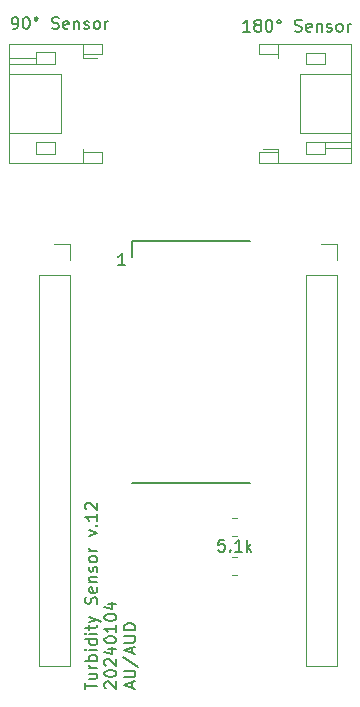
<source format=gbr>
%TF.GenerationSoftware,KiCad,Pcbnew,7.0.2-0*%
%TF.CreationDate,2024-01-04T15:38:00-05:00*%
%TF.ProjectId,Turbidity_v12,54757262-6964-4697-9479-5f7631322e6b,12*%
%TF.SameCoordinates,Original*%
%TF.FileFunction,Legend,Top*%
%TF.FilePolarity,Positive*%
%FSLAX46Y46*%
G04 Gerber Fmt 4.6, Leading zero omitted, Abs format (unit mm)*
G04 Created by KiCad (PCBNEW 7.0.2-0) date 2024-01-04 15:38:00*
%MOMM*%
%LPD*%
G01*
G04 APERTURE LIST*
%ADD10C,0.150000*%
%ADD11C,0.120000*%
%ADD12C,0.200000*%
G04 APERTURE END LIST*
D10*
X133381714Y-64520619D02*
X133572190Y-64520619D01*
X133572190Y-64520619D02*
X133667428Y-64473000D01*
X133667428Y-64473000D02*
X133715047Y-64425380D01*
X133715047Y-64425380D02*
X133810285Y-64282523D01*
X133810285Y-64282523D02*
X133857904Y-64092047D01*
X133857904Y-64092047D02*
X133857904Y-63711095D01*
X133857904Y-63711095D02*
X133810285Y-63615857D01*
X133810285Y-63615857D02*
X133762666Y-63568238D01*
X133762666Y-63568238D02*
X133667428Y-63520619D01*
X133667428Y-63520619D02*
X133476952Y-63520619D01*
X133476952Y-63520619D02*
X133381714Y-63568238D01*
X133381714Y-63568238D02*
X133334095Y-63615857D01*
X133334095Y-63615857D02*
X133286476Y-63711095D01*
X133286476Y-63711095D02*
X133286476Y-63949190D01*
X133286476Y-63949190D02*
X133334095Y-64044428D01*
X133334095Y-64044428D02*
X133381714Y-64092047D01*
X133381714Y-64092047D02*
X133476952Y-64139666D01*
X133476952Y-64139666D02*
X133667428Y-64139666D01*
X133667428Y-64139666D02*
X133762666Y-64092047D01*
X133762666Y-64092047D02*
X133810285Y-64044428D01*
X133810285Y-64044428D02*
X133857904Y-63949190D01*
X134476952Y-63520619D02*
X134572190Y-63520619D01*
X134572190Y-63520619D02*
X134667428Y-63568238D01*
X134667428Y-63568238D02*
X134715047Y-63615857D01*
X134715047Y-63615857D02*
X134762666Y-63711095D01*
X134762666Y-63711095D02*
X134810285Y-63901571D01*
X134810285Y-63901571D02*
X134810285Y-64139666D01*
X134810285Y-64139666D02*
X134762666Y-64330142D01*
X134762666Y-64330142D02*
X134715047Y-64425380D01*
X134715047Y-64425380D02*
X134667428Y-64473000D01*
X134667428Y-64473000D02*
X134572190Y-64520619D01*
X134572190Y-64520619D02*
X134476952Y-64520619D01*
X134476952Y-64520619D02*
X134381714Y-64473000D01*
X134381714Y-64473000D02*
X134334095Y-64425380D01*
X134334095Y-64425380D02*
X134286476Y-64330142D01*
X134286476Y-64330142D02*
X134238857Y-64139666D01*
X134238857Y-64139666D02*
X134238857Y-63901571D01*
X134238857Y-63901571D02*
X134286476Y-63711095D01*
X134286476Y-63711095D02*
X134334095Y-63615857D01*
X134334095Y-63615857D02*
X134381714Y-63568238D01*
X134381714Y-63568238D02*
X134476952Y-63520619D01*
X135381714Y-63520619D02*
X135286476Y-63568238D01*
X135286476Y-63568238D02*
X135238857Y-63663476D01*
X135238857Y-63663476D02*
X135286476Y-63758714D01*
X135286476Y-63758714D02*
X135381714Y-63806333D01*
X135381714Y-63806333D02*
X135476952Y-63758714D01*
X135476952Y-63758714D02*
X135524571Y-63663476D01*
X135524571Y-63663476D02*
X135476952Y-63568238D01*
X135476952Y-63568238D02*
X135381714Y-63520619D01*
X136715048Y-64473000D02*
X136857905Y-64520619D01*
X136857905Y-64520619D02*
X137096000Y-64520619D01*
X137096000Y-64520619D02*
X137191238Y-64473000D01*
X137191238Y-64473000D02*
X137238857Y-64425380D01*
X137238857Y-64425380D02*
X137286476Y-64330142D01*
X137286476Y-64330142D02*
X137286476Y-64234904D01*
X137286476Y-64234904D02*
X137238857Y-64139666D01*
X137238857Y-64139666D02*
X137191238Y-64092047D01*
X137191238Y-64092047D02*
X137096000Y-64044428D01*
X137096000Y-64044428D02*
X136905524Y-63996809D01*
X136905524Y-63996809D02*
X136810286Y-63949190D01*
X136810286Y-63949190D02*
X136762667Y-63901571D01*
X136762667Y-63901571D02*
X136715048Y-63806333D01*
X136715048Y-63806333D02*
X136715048Y-63711095D01*
X136715048Y-63711095D02*
X136762667Y-63615857D01*
X136762667Y-63615857D02*
X136810286Y-63568238D01*
X136810286Y-63568238D02*
X136905524Y-63520619D01*
X136905524Y-63520619D02*
X137143619Y-63520619D01*
X137143619Y-63520619D02*
X137286476Y-63568238D01*
X138096000Y-64473000D02*
X138000762Y-64520619D01*
X138000762Y-64520619D02*
X137810286Y-64520619D01*
X137810286Y-64520619D02*
X137715048Y-64473000D01*
X137715048Y-64473000D02*
X137667429Y-64377761D01*
X137667429Y-64377761D02*
X137667429Y-63996809D01*
X137667429Y-63996809D02*
X137715048Y-63901571D01*
X137715048Y-63901571D02*
X137810286Y-63853952D01*
X137810286Y-63853952D02*
X138000762Y-63853952D01*
X138000762Y-63853952D02*
X138096000Y-63901571D01*
X138096000Y-63901571D02*
X138143619Y-63996809D01*
X138143619Y-63996809D02*
X138143619Y-64092047D01*
X138143619Y-64092047D02*
X137667429Y-64187285D01*
X138572191Y-63853952D02*
X138572191Y-64520619D01*
X138572191Y-63949190D02*
X138619810Y-63901571D01*
X138619810Y-63901571D02*
X138715048Y-63853952D01*
X138715048Y-63853952D02*
X138857905Y-63853952D01*
X138857905Y-63853952D02*
X138953143Y-63901571D01*
X138953143Y-63901571D02*
X139000762Y-63996809D01*
X139000762Y-63996809D02*
X139000762Y-64520619D01*
X139429334Y-64473000D02*
X139524572Y-64520619D01*
X139524572Y-64520619D02*
X139715048Y-64520619D01*
X139715048Y-64520619D02*
X139810286Y-64473000D01*
X139810286Y-64473000D02*
X139857905Y-64377761D01*
X139857905Y-64377761D02*
X139857905Y-64330142D01*
X139857905Y-64330142D02*
X139810286Y-64234904D01*
X139810286Y-64234904D02*
X139715048Y-64187285D01*
X139715048Y-64187285D02*
X139572191Y-64187285D01*
X139572191Y-64187285D02*
X139476953Y-64139666D01*
X139476953Y-64139666D02*
X139429334Y-64044428D01*
X139429334Y-64044428D02*
X139429334Y-63996809D01*
X139429334Y-63996809D02*
X139476953Y-63901571D01*
X139476953Y-63901571D02*
X139572191Y-63853952D01*
X139572191Y-63853952D02*
X139715048Y-63853952D01*
X139715048Y-63853952D02*
X139810286Y-63901571D01*
X140429334Y-64520619D02*
X140334096Y-64473000D01*
X140334096Y-64473000D02*
X140286477Y-64425380D01*
X140286477Y-64425380D02*
X140238858Y-64330142D01*
X140238858Y-64330142D02*
X140238858Y-64044428D01*
X140238858Y-64044428D02*
X140286477Y-63949190D01*
X140286477Y-63949190D02*
X140334096Y-63901571D01*
X140334096Y-63901571D02*
X140429334Y-63853952D01*
X140429334Y-63853952D02*
X140572191Y-63853952D01*
X140572191Y-63853952D02*
X140667429Y-63901571D01*
X140667429Y-63901571D02*
X140715048Y-63949190D01*
X140715048Y-63949190D02*
X140762667Y-64044428D01*
X140762667Y-64044428D02*
X140762667Y-64330142D01*
X140762667Y-64330142D02*
X140715048Y-64425380D01*
X140715048Y-64425380D02*
X140667429Y-64473000D01*
X140667429Y-64473000D02*
X140572191Y-64520619D01*
X140572191Y-64520619D02*
X140429334Y-64520619D01*
X141191239Y-64520619D02*
X141191239Y-63853952D01*
X141191239Y-64044428D02*
X141238858Y-63949190D01*
X141238858Y-63949190D02*
X141286477Y-63901571D01*
X141286477Y-63901571D02*
X141381715Y-63853952D01*
X141381715Y-63853952D02*
X141476953Y-63853952D01*
X139528619Y-120427761D02*
X139528619Y-119856333D01*
X140528619Y-120142047D02*
X139528619Y-120142047D01*
X139861952Y-119094428D02*
X140528619Y-119094428D01*
X139861952Y-119522999D02*
X140385761Y-119522999D01*
X140385761Y-119522999D02*
X140481000Y-119475380D01*
X140481000Y-119475380D02*
X140528619Y-119380142D01*
X140528619Y-119380142D02*
X140528619Y-119237285D01*
X140528619Y-119237285D02*
X140481000Y-119142047D01*
X140481000Y-119142047D02*
X140433380Y-119094428D01*
X140528619Y-118618237D02*
X139861952Y-118618237D01*
X140052428Y-118618237D02*
X139957190Y-118570618D01*
X139957190Y-118570618D02*
X139909571Y-118522999D01*
X139909571Y-118522999D02*
X139861952Y-118427761D01*
X139861952Y-118427761D02*
X139861952Y-118332523D01*
X140528619Y-117999189D02*
X139528619Y-117999189D01*
X139909571Y-117999189D02*
X139861952Y-117903951D01*
X139861952Y-117903951D02*
X139861952Y-117713475D01*
X139861952Y-117713475D02*
X139909571Y-117618237D01*
X139909571Y-117618237D02*
X139957190Y-117570618D01*
X139957190Y-117570618D02*
X140052428Y-117522999D01*
X140052428Y-117522999D02*
X140338142Y-117522999D01*
X140338142Y-117522999D02*
X140433380Y-117570618D01*
X140433380Y-117570618D02*
X140481000Y-117618237D01*
X140481000Y-117618237D02*
X140528619Y-117713475D01*
X140528619Y-117713475D02*
X140528619Y-117903951D01*
X140528619Y-117903951D02*
X140481000Y-117999189D01*
X140528619Y-117094427D02*
X139861952Y-117094427D01*
X139528619Y-117094427D02*
X139576238Y-117142046D01*
X139576238Y-117142046D02*
X139623857Y-117094427D01*
X139623857Y-117094427D02*
X139576238Y-117046808D01*
X139576238Y-117046808D02*
X139528619Y-117094427D01*
X139528619Y-117094427D02*
X139623857Y-117094427D01*
X140528619Y-116189666D02*
X139528619Y-116189666D01*
X140481000Y-116189666D02*
X140528619Y-116284904D01*
X140528619Y-116284904D02*
X140528619Y-116475380D01*
X140528619Y-116475380D02*
X140481000Y-116570618D01*
X140481000Y-116570618D02*
X140433380Y-116618237D01*
X140433380Y-116618237D02*
X140338142Y-116665856D01*
X140338142Y-116665856D02*
X140052428Y-116665856D01*
X140052428Y-116665856D02*
X139957190Y-116618237D01*
X139957190Y-116618237D02*
X139909571Y-116570618D01*
X139909571Y-116570618D02*
X139861952Y-116475380D01*
X139861952Y-116475380D02*
X139861952Y-116284904D01*
X139861952Y-116284904D02*
X139909571Y-116189666D01*
X140528619Y-115713475D02*
X139861952Y-115713475D01*
X139528619Y-115713475D02*
X139576238Y-115761094D01*
X139576238Y-115761094D02*
X139623857Y-115713475D01*
X139623857Y-115713475D02*
X139576238Y-115665856D01*
X139576238Y-115665856D02*
X139528619Y-115713475D01*
X139528619Y-115713475D02*
X139623857Y-115713475D01*
X139861952Y-115380142D02*
X139861952Y-114999190D01*
X139528619Y-115237285D02*
X140385761Y-115237285D01*
X140385761Y-115237285D02*
X140481000Y-115189666D01*
X140481000Y-115189666D02*
X140528619Y-115094428D01*
X140528619Y-115094428D02*
X140528619Y-114999190D01*
X139861952Y-114761094D02*
X140528619Y-114522999D01*
X139861952Y-114284904D02*
X140528619Y-114522999D01*
X140528619Y-114522999D02*
X140766714Y-114618237D01*
X140766714Y-114618237D02*
X140814333Y-114665856D01*
X140814333Y-114665856D02*
X140861952Y-114761094D01*
X140481000Y-113189665D02*
X140528619Y-113046808D01*
X140528619Y-113046808D02*
X140528619Y-112808713D01*
X140528619Y-112808713D02*
X140481000Y-112713475D01*
X140481000Y-112713475D02*
X140433380Y-112665856D01*
X140433380Y-112665856D02*
X140338142Y-112618237D01*
X140338142Y-112618237D02*
X140242904Y-112618237D01*
X140242904Y-112618237D02*
X140147666Y-112665856D01*
X140147666Y-112665856D02*
X140100047Y-112713475D01*
X140100047Y-112713475D02*
X140052428Y-112808713D01*
X140052428Y-112808713D02*
X140004809Y-112999189D01*
X140004809Y-112999189D02*
X139957190Y-113094427D01*
X139957190Y-113094427D02*
X139909571Y-113142046D01*
X139909571Y-113142046D02*
X139814333Y-113189665D01*
X139814333Y-113189665D02*
X139719095Y-113189665D01*
X139719095Y-113189665D02*
X139623857Y-113142046D01*
X139623857Y-113142046D02*
X139576238Y-113094427D01*
X139576238Y-113094427D02*
X139528619Y-112999189D01*
X139528619Y-112999189D02*
X139528619Y-112761094D01*
X139528619Y-112761094D02*
X139576238Y-112618237D01*
X140481000Y-111808713D02*
X140528619Y-111903951D01*
X140528619Y-111903951D02*
X140528619Y-112094427D01*
X140528619Y-112094427D02*
X140481000Y-112189665D01*
X140481000Y-112189665D02*
X140385761Y-112237284D01*
X140385761Y-112237284D02*
X140004809Y-112237284D01*
X140004809Y-112237284D02*
X139909571Y-112189665D01*
X139909571Y-112189665D02*
X139861952Y-112094427D01*
X139861952Y-112094427D02*
X139861952Y-111903951D01*
X139861952Y-111903951D02*
X139909571Y-111808713D01*
X139909571Y-111808713D02*
X140004809Y-111761094D01*
X140004809Y-111761094D02*
X140100047Y-111761094D01*
X140100047Y-111761094D02*
X140195285Y-112237284D01*
X139861952Y-111332522D02*
X140528619Y-111332522D01*
X139957190Y-111332522D02*
X139909571Y-111284903D01*
X139909571Y-111284903D02*
X139861952Y-111189665D01*
X139861952Y-111189665D02*
X139861952Y-111046808D01*
X139861952Y-111046808D02*
X139909571Y-110951570D01*
X139909571Y-110951570D02*
X140004809Y-110903951D01*
X140004809Y-110903951D02*
X140528619Y-110903951D01*
X140481000Y-110475379D02*
X140528619Y-110380141D01*
X140528619Y-110380141D02*
X140528619Y-110189665D01*
X140528619Y-110189665D02*
X140481000Y-110094427D01*
X140481000Y-110094427D02*
X140385761Y-110046808D01*
X140385761Y-110046808D02*
X140338142Y-110046808D01*
X140338142Y-110046808D02*
X140242904Y-110094427D01*
X140242904Y-110094427D02*
X140195285Y-110189665D01*
X140195285Y-110189665D02*
X140195285Y-110332522D01*
X140195285Y-110332522D02*
X140147666Y-110427760D01*
X140147666Y-110427760D02*
X140052428Y-110475379D01*
X140052428Y-110475379D02*
X140004809Y-110475379D01*
X140004809Y-110475379D02*
X139909571Y-110427760D01*
X139909571Y-110427760D02*
X139861952Y-110332522D01*
X139861952Y-110332522D02*
X139861952Y-110189665D01*
X139861952Y-110189665D02*
X139909571Y-110094427D01*
X140528619Y-109475379D02*
X140481000Y-109570617D01*
X140481000Y-109570617D02*
X140433380Y-109618236D01*
X140433380Y-109618236D02*
X140338142Y-109665855D01*
X140338142Y-109665855D02*
X140052428Y-109665855D01*
X140052428Y-109665855D02*
X139957190Y-109618236D01*
X139957190Y-109618236D02*
X139909571Y-109570617D01*
X139909571Y-109570617D02*
X139861952Y-109475379D01*
X139861952Y-109475379D02*
X139861952Y-109332522D01*
X139861952Y-109332522D02*
X139909571Y-109237284D01*
X139909571Y-109237284D02*
X139957190Y-109189665D01*
X139957190Y-109189665D02*
X140052428Y-109142046D01*
X140052428Y-109142046D02*
X140338142Y-109142046D01*
X140338142Y-109142046D02*
X140433380Y-109189665D01*
X140433380Y-109189665D02*
X140481000Y-109237284D01*
X140481000Y-109237284D02*
X140528619Y-109332522D01*
X140528619Y-109332522D02*
X140528619Y-109475379D01*
X140528619Y-108713474D02*
X139861952Y-108713474D01*
X140052428Y-108713474D02*
X139957190Y-108665855D01*
X139957190Y-108665855D02*
X139909571Y-108618236D01*
X139909571Y-108618236D02*
X139861952Y-108522998D01*
X139861952Y-108522998D02*
X139861952Y-108427760D01*
X139861952Y-107427759D02*
X140528619Y-107189664D01*
X140528619Y-107189664D02*
X139861952Y-106951569D01*
X140433380Y-106570616D02*
X140481000Y-106522997D01*
X140481000Y-106522997D02*
X140528619Y-106570616D01*
X140528619Y-106570616D02*
X140481000Y-106618235D01*
X140481000Y-106618235D02*
X140433380Y-106570616D01*
X140433380Y-106570616D02*
X140528619Y-106570616D01*
X140528619Y-105570617D02*
X140528619Y-106142045D01*
X140528619Y-105856331D02*
X139528619Y-105856331D01*
X139528619Y-105856331D02*
X139671476Y-105951569D01*
X139671476Y-105951569D02*
X139766714Y-106046807D01*
X139766714Y-106046807D02*
X139814333Y-106142045D01*
X139623857Y-105189664D02*
X139576238Y-105142045D01*
X139576238Y-105142045D02*
X139528619Y-105046807D01*
X139528619Y-105046807D02*
X139528619Y-104808712D01*
X139528619Y-104808712D02*
X139576238Y-104713474D01*
X139576238Y-104713474D02*
X139623857Y-104665855D01*
X139623857Y-104665855D02*
X139719095Y-104618236D01*
X139719095Y-104618236D02*
X139814333Y-104618236D01*
X139814333Y-104618236D02*
X139957190Y-104665855D01*
X139957190Y-104665855D02*
X140528619Y-105237283D01*
X140528619Y-105237283D02*
X140528619Y-104618236D01*
X141243857Y-120332523D02*
X141196238Y-120284904D01*
X141196238Y-120284904D02*
X141148619Y-120189666D01*
X141148619Y-120189666D02*
X141148619Y-119951571D01*
X141148619Y-119951571D02*
X141196238Y-119856333D01*
X141196238Y-119856333D02*
X141243857Y-119808714D01*
X141243857Y-119808714D02*
X141339095Y-119761095D01*
X141339095Y-119761095D02*
X141434333Y-119761095D01*
X141434333Y-119761095D02*
X141577190Y-119808714D01*
X141577190Y-119808714D02*
X142148619Y-120380142D01*
X142148619Y-120380142D02*
X142148619Y-119761095D01*
X141148619Y-119142047D02*
X141148619Y-119046809D01*
X141148619Y-119046809D02*
X141196238Y-118951571D01*
X141196238Y-118951571D02*
X141243857Y-118903952D01*
X141243857Y-118903952D02*
X141339095Y-118856333D01*
X141339095Y-118856333D02*
X141529571Y-118808714D01*
X141529571Y-118808714D02*
X141767666Y-118808714D01*
X141767666Y-118808714D02*
X141958142Y-118856333D01*
X141958142Y-118856333D02*
X142053380Y-118903952D01*
X142053380Y-118903952D02*
X142101000Y-118951571D01*
X142101000Y-118951571D02*
X142148619Y-119046809D01*
X142148619Y-119046809D02*
X142148619Y-119142047D01*
X142148619Y-119142047D02*
X142101000Y-119237285D01*
X142101000Y-119237285D02*
X142053380Y-119284904D01*
X142053380Y-119284904D02*
X141958142Y-119332523D01*
X141958142Y-119332523D02*
X141767666Y-119380142D01*
X141767666Y-119380142D02*
X141529571Y-119380142D01*
X141529571Y-119380142D02*
X141339095Y-119332523D01*
X141339095Y-119332523D02*
X141243857Y-119284904D01*
X141243857Y-119284904D02*
X141196238Y-119237285D01*
X141196238Y-119237285D02*
X141148619Y-119142047D01*
X141243857Y-118427761D02*
X141196238Y-118380142D01*
X141196238Y-118380142D02*
X141148619Y-118284904D01*
X141148619Y-118284904D02*
X141148619Y-118046809D01*
X141148619Y-118046809D02*
X141196238Y-117951571D01*
X141196238Y-117951571D02*
X141243857Y-117903952D01*
X141243857Y-117903952D02*
X141339095Y-117856333D01*
X141339095Y-117856333D02*
X141434333Y-117856333D01*
X141434333Y-117856333D02*
X141577190Y-117903952D01*
X141577190Y-117903952D02*
X142148619Y-118475380D01*
X142148619Y-118475380D02*
X142148619Y-117856333D01*
X141481952Y-116999190D02*
X142148619Y-116999190D01*
X141101000Y-117237285D02*
X141815285Y-117475380D01*
X141815285Y-117475380D02*
X141815285Y-116856333D01*
X141148619Y-116284904D02*
X141148619Y-116189666D01*
X141148619Y-116189666D02*
X141196238Y-116094428D01*
X141196238Y-116094428D02*
X141243857Y-116046809D01*
X141243857Y-116046809D02*
X141339095Y-115999190D01*
X141339095Y-115999190D02*
X141529571Y-115951571D01*
X141529571Y-115951571D02*
X141767666Y-115951571D01*
X141767666Y-115951571D02*
X141958142Y-115999190D01*
X141958142Y-115999190D02*
X142053380Y-116046809D01*
X142053380Y-116046809D02*
X142101000Y-116094428D01*
X142101000Y-116094428D02*
X142148619Y-116189666D01*
X142148619Y-116189666D02*
X142148619Y-116284904D01*
X142148619Y-116284904D02*
X142101000Y-116380142D01*
X142101000Y-116380142D02*
X142053380Y-116427761D01*
X142053380Y-116427761D02*
X141958142Y-116475380D01*
X141958142Y-116475380D02*
X141767666Y-116522999D01*
X141767666Y-116522999D02*
X141529571Y-116522999D01*
X141529571Y-116522999D02*
X141339095Y-116475380D01*
X141339095Y-116475380D02*
X141243857Y-116427761D01*
X141243857Y-116427761D02*
X141196238Y-116380142D01*
X141196238Y-116380142D02*
X141148619Y-116284904D01*
X142148619Y-114999190D02*
X142148619Y-115570618D01*
X142148619Y-115284904D02*
X141148619Y-115284904D01*
X141148619Y-115284904D02*
X141291476Y-115380142D01*
X141291476Y-115380142D02*
X141386714Y-115475380D01*
X141386714Y-115475380D02*
X141434333Y-115570618D01*
X141148619Y-114380142D02*
X141148619Y-114284904D01*
X141148619Y-114284904D02*
X141196238Y-114189666D01*
X141196238Y-114189666D02*
X141243857Y-114142047D01*
X141243857Y-114142047D02*
X141339095Y-114094428D01*
X141339095Y-114094428D02*
X141529571Y-114046809D01*
X141529571Y-114046809D02*
X141767666Y-114046809D01*
X141767666Y-114046809D02*
X141958142Y-114094428D01*
X141958142Y-114094428D02*
X142053380Y-114142047D01*
X142053380Y-114142047D02*
X142101000Y-114189666D01*
X142101000Y-114189666D02*
X142148619Y-114284904D01*
X142148619Y-114284904D02*
X142148619Y-114380142D01*
X142148619Y-114380142D02*
X142101000Y-114475380D01*
X142101000Y-114475380D02*
X142053380Y-114522999D01*
X142053380Y-114522999D02*
X141958142Y-114570618D01*
X141958142Y-114570618D02*
X141767666Y-114618237D01*
X141767666Y-114618237D02*
X141529571Y-114618237D01*
X141529571Y-114618237D02*
X141339095Y-114570618D01*
X141339095Y-114570618D02*
X141243857Y-114522999D01*
X141243857Y-114522999D02*
X141196238Y-114475380D01*
X141196238Y-114475380D02*
X141148619Y-114380142D01*
X141481952Y-113189666D02*
X142148619Y-113189666D01*
X141101000Y-113427761D02*
X141815285Y-113665856D01*
X141815285Y-113665856D02*
X141815285Y-113046809D01*
X143482904Y-120332523D02*
X143482904Y-119856333D01*
X143768619Y-120427761D02*
X142768619Y-120094428D01*
X142768619Y-120094428D02*
X143768619Y-119761095D01*
X142768619Y-119427761D02*
X143578142Y-119427761D01*
X143578142Y-119427761D02*
X143673380Y-119380142D01*
X143673380Y-119380142D02*
X143721000Y-119332523D01*
X143721000Y-119332523D02*
X143768619Y-119237285D01*
X143768619Y-119237285D02*
X143768619Y-119046809D01*
X143768619Y-119046809D02*
X143721000Y-118951571D01*
X143721000Y-118951571D02*
X143673380Y-118903952D01*
X143673380Y-118903952D02*
X143578142Y-118856333D01*
X143578142Y-118856333D02*
X142768619Y-118856333D01*
X142721000Y-117665857D02*
X144006714Y-118522999D01*
X143482904Y-117380142D02*
X143482904Y-116903952D01*
X143768619Y-117475380D02*
X142768619Y-117142047D01*
X142768619Y-117142047D02*
X143768619Y-116808714D01*
X142768619Y-116475380D02*
X143578142Y-116475380D01*
X143578142Y-116475380D02*
X143673380Y-116427761D01*
X143673380Y-116427761D02*
X143721000Y-116380142D01*
X143721000Y-116380142D02*
X143768619Y-116284904D01*
X143768619Y-116284904D02*
X143768619Y-116094428D01*
X143768619Y-116094428D02*
X143721000Y-115999190D01*
X143721000Y-115999190D02*
X143673380Y-115951571D01*
X143673380Y-115951571D02*
X143578142Y-115903952D01*
X143578142Y-115903952D02*
X142768619Y-115903952D01*
X143768619Y-115427761D02*
X142768619Y-115427761D01*
X142768619Y-115427761D02*
X142768619Y-115189666D01*
X142768619Y-115189666D02*
X142816238Y-115046809D01*
X142816238Y-115046809D02*
X142911476Y-114951571D01*
X142911476Y-114951571D02*
X143006714Y-114903952D01*
X143006714Y-114903952D02*
X143197190Y-114856333D01*
X143197190Y-114856333D02*
X143340047Y-114856333D01*
X143340047Y-114856333D02*
X143530523Y-114903952D01*
X143530523Y-114903952D02*
X143625761Y-114951571D01*
X143625761Y-114951571D02*
X143721000Y-115046809D01*
X143721000Y-115046809D02*
X143768619Y-115189666D01*
X143768619Y-115189666D02*
X143768619Y-115427761D01*
X153466704Y-64749219D02*
X152895276Y-64749219D01*
X153180990Y-64749219D02*
X153180990Y-63749219D01*
X153180990Y-63749219D02*
X153085752Y-63892076D01*
X153085752Y-63892076D02*
X152990514Y-63987314D01*
X152990514Y-63987314D02*
X152895276Y-64034933D01*
X154038133Y-64177790D02*
X153942895Y-64130171D01*
X153942895Y-64130171D02*
X153895276Y-64082552D01*
X153895276Y-64082552D02*
X153847657Y-63987314D01*
X153847657Y-63987314D02*
X153847657Y-63939695D01*
X153847657Y-63939695D02*
X153895276Y-63844457D01*
X153895276Y-63844457D02*
X153942895Y-63796838D01*
X153942895Y-63796838D02*
X154038133Y-63749219D01*
X154038133Y-63749219D02*
X154228609Y-63749219D01*
X154228609Y-63749219D02*
X154323847Y-63796838D01*
X154323847Y-63796838D02*
X154371466Y-63844457D01*
X154371466Y-63844457D02*
X154419085Y-63939695D01*
X154419085Y-63939695D02*
X154419085Y-63987314D01*
X154419085Y-63987314D02*
X154371466Y-64082552D01*
X154371466Y-64082552D02*
X154323847Y-64130171D01*
X154323847Y-64130171D02*
X154228609Y-64177790D01*
X154228609Y-64177790D02*
X154038133Y-64177790D01*
X154038133Y-64177790D02*
X153942895Y-64225409D01*
X153942895Y-64225409D02*
X153895276Y-64273028D01*
X153895276Y-64273028D02*
X153847657Y-64368266D01*
X153847657Y-64368266D02*
X153847657Y-64558742D01*
X153847657Y-64558742D02*
X153895276Y-64653980D01*
X153895276Y-64653980D02*
X153942895Y-64701600D01*
X153942895Y-64701600D02*
X154038133Y-64749219D01*
X154038133Y-64749219D02*
X154228609Y-64749219D01*
X154228609Y-64749219D02*
X154323847Y-64701600D01*
X154323847Y-64701600D02*
X154371466Y-64653980D01*
X154371466Y-64653980D02*
X154419085Y-64558742D01*
X154419085Y-64558742D02*
X154419085Y-64368266D01*
X154419085Y-64368266D02*
X154371466Y-64273028D01*
X154371466Y-64273028D02*
X154323847Y-64225409D01*
X154323847Y-64225409D02*
X154228609Y-64177790D01*
X155038133Y-63749219D02*
X155133371Y-63749219D01*
X155133371Y-63749219D02*
X155228609Y-63796838D01*
X155228609Y-63796838D02*
X155276228Y-63844457D01*
X155276228Y-63844457D02*
X155323847Y-63939695D01*
X155323847Y-63939695D02*
X155371466Y-64130171D01*
X155371466Y-64130171D02*
X155371466Y-64368266D01*
X155371466Y-64368266D02*
X155323847Y-64558742D01*
X155323847Y-64558742D02*
X155276228Y-64653980D01*
X155276228Y-64653980D02*
X155228609Y-64701600D01*
X155228609Y-64701600D02*
X155133371Y-64749219D01*
X155133371Y-64749219D02*
X155038133Y-64749219D01*
X155038133Y-64749219D02*
X154942895Y-64701600D01*
X154942895Y-64701600D02*
X154895276Y-64653980D01*
X154895276Y-64653980D02*
X154847657Y-64558742D01*
X154847657Y-64558742D02*
X154800038Y-64368266D01*
X154800038Y-64368266D02*
X154800038Y-64130171D01*
X154800038Y-64130171D02*
X154847657Y-63939695D01*
X154847657Y-63939695D02*
X154895276Y-63844457D01*
X154895276Y-63844457D02*
X154942895Y-63796838D01*
X154942895Y-63796838D02*
X155038133Y-63749219D01*
X155942895Y-63749219D02*
X155847657Y-63796838D01*
X155847657Y-63796838D02*
X155800038Y-63892076D01*
X155800038Y-63892076D02*
X155847657Y-63987314D01*
X155847657Y-63987314D02*
X155942895Y-64034933D01*
X155942895Y-64034933D02*
X156038133Y-63987314D01*
X156038133Y-63987314D02*
X156085752Y-63892076D01*
X156085752Y-63892076D02*
X156038133Y-63796838D01*
X156038133Y-63796838D02*
X155942895Y-63749219D01*
X157276229Y-64701600D02*
X157419086Y-64749219D01*
X157419086Y-64749219D02*
X157657181Y-64749219D01*
X157657181Y-64749219D02*
X157752419Y-64701600D01*
X157752419Y-64701600D02*
X157800038Y-64653980D01*
X157800038Y-64653980D02*
X157847657Y-64558742D01*
X157847657Y-64558742D02*
X157847657Y-64463504D01*
X157847657Y-64463504D02*
X157800038Y-64368266D01*
X157800038Y-64368266D02*
X157752419Y-64320647D01*
X157752419Y-64320647D02*
X157657181Y-64273028D01*
X157657181Y-64273028D02*
X157466705Y-64225409D01*
X157466705Y-64225409D02*
X157371467Y-64177790D01*
X157371467Y-64177790D02*
X157323848Y-64130171D01*
X157323848Y-64130171D02*
X157276229Y-64034933D01*
X157276229Y-64034933D02*
X157276229Y-63939695D01*
X157276229Y-63939695D02*
X157323848Y-63844457D01*
X157323848Y-63844457D02*
X157371467Y-63796838D01*
X157371467Y-63796838D02*
X157466705Y-63749219D01*
X157466705Y-63749219D02*
X157704800Y-63749219D01*
X157704800Y-63749219D02*
X157847657Y-63796838D01*
X158657181Y-64701600D02*
X158561943Y-64749219D01*
X158561943Y-64749219D02*
X158371467Y-64749219D01*
X158371467Y-64749219D02*
X158276229Y-64701600D01*
X158276229Y-64701600D02*
X158228610Y-64606361D01*
X158228610Y-64606361D02*
X158228610Y-64225409D01*
X158228610Y-64225409D02*
X158276229Y-64130171D01*
X158276229Y-64130171D02*
X158371467Y-64082552D01*
X158371467Y-64082552D02*
X158561943Y-64082552D01*
X158561943Y-64082552D02*
X158657181Y-64130171D01*
X158657181Y-64130171D02*
X158704800Y-64225409D01*
X158704800Y-64225409D02*
X158704800Y-64320647D01*
X158704800Y-64320647D02*
X158228610Y-64415885D01*
X159133372Y-64082552D02*
X159133372Y-64749219D01*
X159133372Y-64177790D02*
X159180991Y-64130171D01*
X159180991Y-64130171D02*
X159276229Y-64082552D01*
X159276229Y-64082552D02*
X159419086Y-64082552D01*
X159419086Y-64082552D02*
X159514324Y-64130171D01*
X159514324Y-64130171D02*
X159561943Y-64225409D01*
X159561943Y-64225409D02*
X159561943Y-64749219D01*
X159990515Y-64701600D02*
X160085753Y-64749219D01*
X160085753Y-64749219D02*
X160276229Y-64749219D01*
X160276229Y-64749219D02*
X160371467Y-64701600D01*
X160371467Y-64701600D02*
X160419086Y-64606361D01*
X160419086Y-64606361D02*
X160419086Y-64558742D01*
X160419086Y-64558742D02*
X160371467Y-64463504D01*
X160371467Y-64463504D02*
X160276229Y-64415885D01*
X160276229Y-64415885D02*
X160133372Y-64415885D01*
X160133372Y-64415885D02*
X160038134Y-64368266D01*
X160038134Y-64368266D02*
X159990515Y-64273028D01*
X159990515Y-64273028D02*
X159990515Y-64225409D01*
X159990515Y-64225409D02*
X160038134Y-64130171D01*
X160038134Y-64130171D02*
X160133372Y-64082552D01*
X160133372Y-64082552D02*
X160276229Y-64082552D01*
X160276229Y-64082552D02*
X160371467Y-64130171D01*
X160990515Y-64749219D02*
X160895277Y-64701600D01*
X160895277Y-64701600D02*
X160847658Y-64653980D01*
X160847658Y-64653980D02*
X160800039Y-64558742D01*
X160800039Y-64558742D02*
X160800039Y-64273028D01*
X160800039Y-64273028D02*
X160847658Y-64177790D01*
X160847658Y-64177790D02*
X160895277Y-64130171D01*
X160895277Y-64130171D02*
X160990515Y-64082552D01*
X160990515Y-64082552D02*
X161133372Y-64082552D01*
X161133372Y-64082552D02*
X161228610Y-64130171D01*
X161228610Y-64130171D02*
X161276229Y-64177790D01*
X161276229Y-64177790D02*
X161323848Y-64273028D01*
X161323848Y-64273028D02*
X161323848Y-64558742D01*
X161323848Y-64558742D02*
X161276229Y-64653980D01*
X161276229Y-64653980D02*
X161228610Y-64701600D01*
X161228610Y-64701600D02*
X161133372Y-64749219D01*
X161133372Y-64749219D02*
X160990515Y-64749219D01*
X161752420Y-64749219D02*
X161752420Y-64082552D01*
X161752420Y-64273028D02*
X161800039Y-64177790D01*
X161800039Y-64177790D02*
X161847658Y-64130171D01*
X161847658Y-64130171D02*
X161942896Y-64082552D01*
X161942896Y-64082552D02*
X162038134Y-64082552D01*
X142900304Y-84510419D02*
X142328876Y-84510419D01*
X142614590Y-84510419D02*
X142614590Y-83510419D01*
X142614590Y-83510419D02*
X142519352Y-83653276D01*
X142519352Y-83653276D02*
X142424114Y-83748514D01*
X142424114Y-83748514D02*
X142328876Y-83796133D01*
X151315847Y-107768219D02*
X150839657Y-107768219D01*
X150839657Y-107768219D02*
X150792038Y-108244409D01*
X150792038Y-108244409D02*
X150839657Y-108196790D01*
X150839657Y-108196790D02*
X150934895Y-108149171D01*
X150934895Y-108149171D02*
X151172990Y-108149171D01*
X151172990Y-108149171D02*
X151268228Y-108196790D01*
X151268228Y-108196790D02*
X151315847Y-108244409D01*
X151315847Y-108244409D02*
X151363466Y-108339647D01*
X151363466Y-108339647D02*
X151363466Y-108577742D01*
X151363466Y-108577742D02*
X151315847Y-108672980D01*
X151315847Y-108672980D02*
X151268228Y-108720600D01*
X151268228Y-108720600D02*
X151172990Y-108768219D01*
X151172990Y-108768219D02*
X150934895Y-108768219D01*
X150934895Y-108768219D02*
X150839657Y-108720600D01*
X150839657Y-108720600D02*
X150792038Y-108672980D01*
X151792038Y-108672980D02*
X151839657Y-108720600D01*
X151839657Y-108720600D02*
X151792038Y-108768219D01*
X151792038Y-108768219D02*
X151744419Y-108720600D01*
X151744419Y-108720600D02*
X151792038Y-108672980D01*
X151792038Y-108672980D02*
X151792038Y-108768219D01*
X152792037Y-108768219D02*
X152220609Y-108768219D01*
X152506323Y-108768219D02*
X152506323Y-107768219D01*
X152506323Y-107768219D02*
X152411085Y-107911076D01*
X152411085Y-107911076D02*
X152315847Y-108006314D01*
X152315847Y-108006314D02*
X152220609Y-108053933D01*
X153220609Y-108768219D02*
X153220609Y-107768219D01*
X153315847Y-108387266D02*
X153601561Y-108768219D01*
X153601561Y-108101552D02*
X153220609Y-108482504D01*
D11*
%TO.C,R1*%
X151920836Y-109247000D02*
X152374964Y-109247000D01*
X151920836Y-110717000D02*
X152374964Y-110717000D01*
D12*
%TO.C,IC1*%
X143463000Y-82450000D02*
X143463000Y-83820000D01*
X143463000Y-102970000D02*
X153463000Y-102970000D01*
X153463000Y-82450000D02*
X143463000Y-82450000D01*
D11*
%TO.C,J4*%
X158182000Y-85344000D02*
X158182000Y-118424000D01*
X158182000Y-85344000D02*
X160842000Y-85344000D01*
X158182000Y-118424000D02*
X160842000Y-118424000D01*
X159512000Y-82744000D02*
X160842000Y-82744000D01*
X160842000Y-82744000D02*
X160842000Y-84074000D01*
X160842000Y-85344000D02*
X160842000Y-118424000D01*
%TO.C,J3*%
X140917600Y-65755200D02*
X133097600Y-65755200D01*
X139317600Y-65755200D02*
X139317600Y-66675200D01*
X133097600Y-65755200D02*
X133097600Y-75875200D01*
X136957600Y-66515200D02*
X135357600Y-66515200D01*
X135357600Y-66515200D02*
X135357600Y-67515200D01*
X140917600Y-66675200D02*
X140917600Y-65755200D01*
X139317600Y-66675200D02*
X140917600Y-66675200D01*
X139317600Y-66955200D02*
X139317600Y-66675200D01*
X139317600Y-66955200D02*
X140532600Y-66955200D01*
X135357600Y-67015200D02*
X133097600Y-67015200D01*
X136957600Y-67515200D02*
X136957600Y-66515200D01*
X135357600Y-67515200D02*
X136957600Y-67515200D01*
X135357600Y-67515200D02*
X133097600Y-67515200D01*
X137457600Y-68315200D02*
X137457600Y-73315200D01*
X133097600Y-68315200D02*
X137457600Y-68315200D01*
X137457600Y-73315200D02*
X133097600Y-73315200D01*
X136957600Y-74115200D02*
X136957600Y-75115200D01*
X135357600Y-74115200D02*
X136957600Y-74115200D01*
X140917600Y-74955200D02*
X139317600Y-74955200D01*
X139317600Y-74955200D02*
X139317600Y-74675200D01*
X136957600Y-75115200D02*
X135357600Y-75115200D01*
X135357600Y-75115200D02*
X135357600Y-74115200D01*
X140917600Y-75875200D02*
X140917600Y-74955200D01*
X139317600Y-75875200D02*
X139317600Y-74955200D01*
X133097600Y-75875200D02*
X140917600Y-75875200D01*
%TO.C,J2*%
X154230400Y-75878000D02*
X162050400Y-75878000D01*
X155830400Y-75878000D02*
X155830400Y-74958000D01*
X162050400Y-75878000D02*
X162050400Y-65758000D01*
X158190400Y-75118000D02*
X159790400Y-75118000D01*
X159790400Y-75118000D02*
X159790400Y-74118000D01*
X154230400Y-74958000D02*
X154230400Y-75878000D01*
X155830400Y-74958000D02*
X154230400Y-74958000D01*
X155830400Y-74678000D02*
X155830400Y-74958000D01*
X155830400Y-74678000D02*
X154615400Y-74678000D01*
X159790400Y-74618000D02*
X162050400Y-74618000D01*
X158190400Y-74118000D02*
X158190400Y-75118000D01*
X159790400Y-74118000D02*
X158190400Y-74118000D01*
X159790400Y-74118000D02*
X162050400Y-74118000D01*
X157690400Y-73318000D02*
X157690400Y-68318000D01*
X162050400Y-73318000D02*
X157690400Y-73318000D01*
X157690400Y-68318000D02*
X162050400Y-68318000D01*
X158190400Y-67518000D02*
X158190400Y-66518000D01*
X159790400Y-67518000D02*
X158190400Y-67518000D01*
X154230400Y-66678000D02*
X155830400Y-66678000D01*
X155830400Y-66678000D02*
X155830400Y-66958000D01*
X158190400Y-66518000D02*
X159790400Y-66518000D01*
X159790400Y-66518000D02*
X159790400Y-67518000D01*
X154230400Y-65758000D02*
X154230400Y-66678000D01*
X155830400Y-65758000D02*
X155830400Y-66678000D01*
X162050400Y-65758000D02*
X154230400Y-65758000D01*
%TO.C,R2*%
X152371164Y-107415000D02*
X151917036Y-107415000D01*
X152371164Y-105945000D02*
X151917036Y-105945000D01*
%TO.C,J5*%
X135576000Y-85344000D02*
X135576000Y-118424000D01*
X135576000Y-85344000D02*
X138236000Y-85344000D01*
X135576000Y-118424000D02*
X138236000Y-118424000D01*
X136906000Y-82744000D02*
X138236000Y-82744000D01*
X138236000Y-82744000D02*
X138236000Y-84074000D01*
X138236000Y-85344000D02*
X138236000Y-118424000D01*
%TD*%
M02*

</source>
